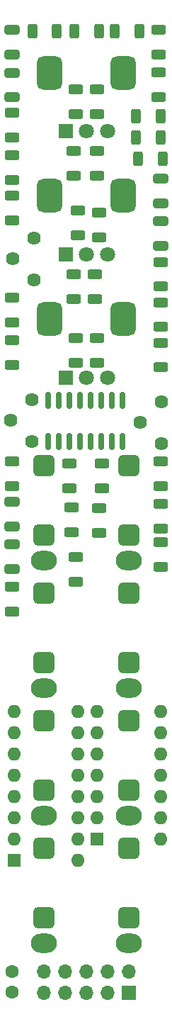
<source format=gbr>
%TF.GenerationSoftware,KiCad,Pcbnew,7.0.1*%
%TF.CreationDate,2023-06-11T21:55:06-04:00*%
%TF.ProjectId,as3340_no_mux,61733333-3430-45f6-9e6f-5f6d75782e6b,rev?*%
%TF.SameCoordinates,Original*%
%TF.FileFunction,Soldermask,Bot*%
%TF.FilePolarity,Negative*%
%FSLAX46Y46*%
G04 Gerber Fmt 4.6, Leading zero omitted, Abs format (unit mm)*
G04 Created by KiCad (PCBNEW 7.0.1) date 2023-06-11 21:55:06*
%MOMM*%
%LPD*%
G01*
G04 APERTURE LIST*
G04 Aperture macros list*
%AMRoundRect*
0 Rectangle with rounded corners*
0 $1 Rounding radius*
0 $2 $3 $4 $5 $6 $7 $8 $9 X,Y pos of 4 corners*
0 Add a 4 corners polygon primitive as box body*
4,1,4,$2,$3,$4,$5,$6,$7,$8,$9,$2,$3,0*
0 Add four circle primitives for the rounded corners*
1,1,$1+$1,$2,$3*
1,1,$1+$1,$4,$5*
1,1,$1+$1,$6,$7*
1,1,$1+$1,$8,$9*
0 Add four rect primitives between the rounded corners*
20,1,$1+$1,$2,$3,$4,$5,0*
20,1,$1+$1,$4,$5,$6,$7,0*
20,1,$1+$1,$6,$7,$8,$9,0*
20,1,$1+$1,$8,$9,$2,$3,0*%
G04 Aperture macros list end*
%ADD10RoundRect,0.250000X-0.625000X0.312500X-0.625000X-0.312500X0.625000X-0.312500X0.625000X0.312500X0*%
%ADD11RoundRect,0.250000X0.312500X0.625000X-0.312500X0.625000X-0.312500X-0.625000X0.312500X-0.625000X0*%
%ADD12RoundRect,0.250000X-0.650000X0.325000X-0.650000X-0.325000X0.650000X-0.325000X0.650000X0.325000X0*%
%ADD13RoundRect,0.250000X0.650000X-0.325000X0.650000X0.325000X-0.650000X0.325000X-0.650000X-0.325000X0*%
%ADD14R,1.800000X1.800000*%
%ADD15C,1.800000*%
%ADD16RoundRect,0.750000X0.750000X-1.250000X0.750000X1.250000X-0.750000X1.250000X-0.750000X-1.250000X0*%
%ADD17C,1.620000*%
%ADD18O,3.100000X2.300000*%
%ADD19RoundRect,0.650000X-0.650000X-0.650000X0.650000X-0.650000X0.650000X0.650000X-0.650000X0.650000X0*%
%ADD20C,1.600000*%
%ADD21RoundRect,0.150000X-0.150000X0.825000X-0.150000X-0.825000X0.150000X-0.825000X0.150000X0.825000X0*%
%ADD22R,1.600000X1.600000*%
%ADD23O,1.600000X1.600000*%
%ADD24R,1.700000X1.700000*%
%ADD25O,1.700000X1.700000*%
G04 APERTURE END LIST*
D10*
%TO.C,R69*%
X196850000Y-59305000D03*
X196850000Y-62230000D03*
%TD*%
%TO.C,R68*%
X196850000Y-64131000D03*
X196850000Y-67056000D03*
%TD*%
%TO.C,R67*%
X196850000Y-68957000D03*
X196850000Y-71882000D03*
%TD*%
%TO.C,R66*%
X179070000Y-51369500D03*
X179070000Y-54294500D03*
%TD*%
%TO.C,R64*%
X179070000Y-63561500D03*
X179070000Y-66486500D03*
%TD*%
%TO.C,R62*%
X179070000Y-98105500D03*
X179070000Y-101030500D03*
%TD*%
%TO.C,R60*%
X186690000Y-94549500D03*
X186690000Y-97474500D03*
%TD*%
%TO.C,R58*%
X196850000Y-92771500D03*
X196850000Y-95696500D03*
%TD*%
%TO.C,R55*%
X186944000Y-53147500D03*
X186944000Y-56072500D03*
%TD*%
%TO.C,R54*%
X189484000Y-53401500D03*
X189484000Y-56326500D03*
%TD*%
%TO.C,R51*%
X186436000Y-60767500D03*
X186436000Y-63692500D03*
%TD*%
%TO.C,R50*%
X189230000Y-68387500D03*
X189230000Y-71312500D03*
%TD*%
%TO.C,R48*%
X189484000Y-88707500D03*
X189484000Y-91632500D03*
%TD*%
%TO.C,R46*%
X185928000Y-83373500D03*
X185928000Y-86298500D03*
%TD*%
%TO.C,R40*%
X179070000Y-71566500D03*
X179070000Y-68641500D03*
%TD*%
D11*
%TO.C,R39*%
X194117500Y-46990000D03*
X197042500Y-46990000D03*
%TD*%
D10*
%TO.C,R38*%
X196850000Y-88199500D03*
X196850000Y-91124500D03*
%TD*%
%TO.C,R37*%
X189230000Y-38669500D03*
X189230000Y-41594500D03*
%TD*%
%TO.C,R36*%
X186436000Y-46035500D03*
X186436000Y-48960500D03*
%TD*%
%TO.C,R34*%
X189230000Y-46035500D03*
X189230000Y-48960500D03*
%TD*%
%TO.C,R26*%
X188976000Y-60767500D03*
X188976000Y-63692500D03*
%TD*%
%TO.C,R25*%
X186690000Y-68387500D03*
X186690000Y-71312500D03*
%TD*%
%TO.C,R24*%
X189776000Y-83373500D03*
X189776000Y-86298500D03*
%TD*%
%TO.C,R20*%
X186182000Y-88646000D03*
X186182000Y-91571000D03*
%TD*%
%TO.C,R19*%
X196596000Y-36637500D03*
X196596000Y-39562500D03*
%TD*%
%TO.C,R17*%
X196596000Y-34482500D03*
X196596000Y-31557500D03*
%TD*%
%TO.C,R16*%
X196850000Y-83119500D03*
X196850000Y-86044500D03*
%TD*%
D11*
%TO.C,R12*%
X196788500Y-44450000D03*
X193863500Y-44450000D03*
%TD*%
%TO.C,R11*%
X191323500Y-31750000D03*
X194248500Y-31750000D03*
%TD*%
%TO.C,R10*%
X189422500Y-31750000D03*
X186497500Y-31750000D03*
%TD*%
%TO.C,R8*%
X184404000Y-31750000D03*
X181479000Y-31750000D03*
%TD*%
D10*
%TO.C,R6*%
X179070000Y-46543500D03*
X179070000Y-49468500D03*
%TD*%
%TO.C,R4*%
X179070000Y-83119500D03*
X179070000Y-86044500D03*
%TD*%
D11*
%TO.C,R3*%
X196788500Y-41910000D03*
X193863500Y-41910000D03*
%TD*%
D10*
%TO.C,R2*%
X179070000Y-41463500D03*
X179070000Y-44388500D03*
%TD*%
%TO.C,R1*%
X186690000Y-38669500D03*
X186690000Y-41594500D03*
%TD*%
D12*
%TO.C,C11*%
X179070000Y-93013000D03*
X179070000Y-95963000D03*
%TD*%
%TO.C,C9*%
X179070000Y-36674000D03*
X179070000Y-39624000D03*
%TD*%
%TO.C,C7*%
X179070000Y-31545000D03*
X179070000Y-34495000D03*
%TD*%
%TO.C,C3*%
X196850000Y-49325000D03*
X196850000Y-52275000D03*
%TD*%
D13*
%TO.C,C2*%
X179070000Y-90883000D03*
X179070000Y-87933000D03*
%TD*%
D12*
%TO.C,C1*%
X196850000Y-54405000D03*
X196850000Y-57355000D03*
%TD*%
D14*
%TO.C,RV9*%
X185460000Y-73106000D03*
D15*
X187960000Y-73106000D03*
X190460000Y-73106000D03*
D16*
X183560000Y-66106000D03*
X192360000Y-66106000D03*
%TD*%
D14*
%TO.C,RV7*%
X185460000Y-58374000D03*
D15*
X187960000Y-58374000D03*
X190460000Y-58374000D03*
D16*
X183560000Y-51374000D03*
X192360000Y-51374000D03*
%TD*%
D14*
%TO.C,RV5*%
X185460000Y-43688000D03*
D15*
X187960000Y-43688000D03*
X190460000Y-43688000D03*
D16*
X183560000Y-36688000D03*
X192360000Y-36688000D03*
%TD*%
D17*
%TO.C,SineBiasTrim1*%
X181411000Y-75732000D03*
X178911000Y-78232000D03*
X181411000Y-80732000D03*
%TD*%
D18*
%TO.C,J15*%
X193040000Y-140716000D03*
D19*
X193040000Y-129316000D03*
X193040000Y-137616000D03*
%TD*%
%TO.C,J1*%
X182880000Y-122376000D03*
X182880000Y-114076000D03*
D18*
X182880000Y-125476000D03*
%TD*%
%TO.C,J5*%
X182880000Y-140716000D03*
D19*
X182880000Y-129316000D03*
X182880000Y-137616000D03*
%TD*%
D20*
%TO.C,D1*%
X179070000Y-146538000D03*
X179070000Y-144038000D03*
%TD*%
D21*
%TO.C,U1*%
X183388000Y-80772000D03*
X184658000Y-80772000D03*
X185928000Y-80772000D03*
X187198000Y-80772000D03*
X188468000Y-80772000D03*
X189738000Y-80772000D03*
X191008000Y-80772000D03*
X192278000Y-80772000D03*
X192278000Y-75822000D03*
X191008000Y-75822000D03*
X189738000Y-75822000D03*
X188468000Y-75822000D03*
X187198000Y-75822000D03*
X185928000Y-75822000D03*
X184658000Y-75822000D03*
X183388000Y-75822000D03*
%TD*%
D18*
%TO.C,J2*%
X182880000Y-94996000D03*
D19*
X182880000Y-83596000D03*
X182880000Y-91896000D03*
%TD*%
D17*
%TO.C,SineLevelTrim1*%
X196905000Y-75986000D03*
X194405000Y-78486000D03*
X196905000Y-80986000D03*
%TD*%
D18*
%TO.C,J12*%
X193040000Y-94996000D03*
D19*
X193040000Y-83596000D03*
X193040000Y-91896000D03*
%TD*%
D17*
%TO.C,SineShapeTrim1*%
X181665000Y-56428000D03*
X179165000Y-58928000D03*
X181665000Y-61428000D03*
%TD*%
D18*
%TO.C,J13*%
X193040000Y-110236000D03*
D19*
X193040000Y-98836000D03*
X193040000Y-107136000D03*
%TD*%
D18*
%TO.C,J4*%
X182880000Y-110236000D03*
D19*
X182880000Y-98836000D03*
X182880000Y-107136000D03*
%TD*%
D18*
%TO.C,J14*%
X193040000Y-125476000D03*
D19*
X193040000Y-114076000D03*
X193040000Y-122376000D03*
%TD*%
D22*
%TO.C,U4*%
X189230000Y-128270000D03*
D23*
X189230000Y-125730000D03*
X189230000Y-123190000D03*
X189230000Y-120650000D03*
X189230000Y-118110000D03*
X189230000Y-115570000D03*
X189230000Y-113030000D03*
X196850000Y-113030000D03*
X196850000Y-115570000D03*
X196850000Y-118110000D03*
X196850000Y-120650000D03*
X196850000Y-123190000D03*
X196850000Y-125730000D03*
X196850000Y-128270000D03*
%TD*%
D24*
%TO.C,J11*%
X193035000Y-146563000D03*
D25*
X193035000Y-144023000D03*
X190495000Y-146563000D03*
X190495000Y-144023000D03*
X187955000Y-146563000D03*
X187955000Y-144023000D03*
X185415000Y-146563000D03*
X185415000Y-144023000D03*
X182875000Y-146563000D03*
X182875000Y-144023000D03*
%TD*%
D22*
%TO.C,U2*%
X179324000Y-130810000D03*
D23*
X179324000Y-128270000D03*
X179324000Y-125730000D03*
X179324000Y-123190000D03*
X179324000Y-120650000D03*
X179324000Y-118110000D03*
X179324000Y-115570000D03*
X179324000Y-113030000D03*
X186944000Y-113030000D03*
X186944000Y-115570000D03*
X186944000Y-118110000D03*
X186944000Y-120650000D03*
X186944000Y-123190000D03*
X186944000Y-125730000D03*
X186944000Y-128270000D03*
X186944000Y-130810000D03*
%TD*%
M02*

</source>
